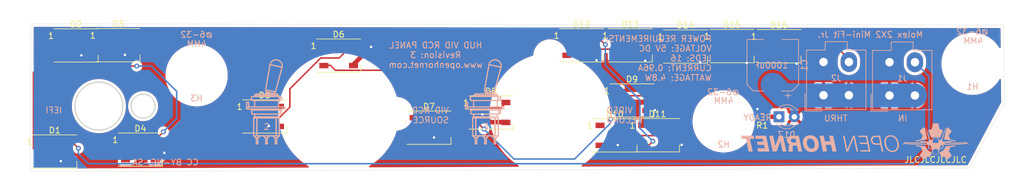
<source format=kicad_pcb>
(kicad_pcb (version 20211014) (generator pcbnew)
  (title_block (title "HUD VIDEO RECORD PANEL") (date "2023-04-01") (rev "3"))
  (layers (0 "F.Cu" signal) (31 "B.Cu" signal) (34 "B.Paste" user) (35 "F.Paste" user) (36 "B.SilkS" user "B.Silkscreen") (37 "F.SilkS" user "F.Silkscreen") (38 "B.Mask" user) (39 "F.Mask" user) (44 "Edge.Cuts" user))
  (net 0 "")
  (net 1 "Net-(D1-Pad2)")
  (net 2 "Net-(D2-Pad2)")
  (net 3 "Net-(D3-Pad2)")
  (net 4 "Net-(D4-Pad2)")
  (net 5 "Net-(D5-Pad2)")
  (net 6 "Net-(D6-Pad2)")
  (net 7 "Net-(D7-Pad2)")
  (net 8 "Net-(D8-Pad2)")
  (net 9 "Net-(D10-Pad4)")
  (net 10 "Net-(D10-Pad2)")
  (net 11 "Net-(D11-Pad2)")
  (net 12 "Net-(D12-Pad2)")
  (net 13 "Net-(D13-Pad2)")
  (net 14 "Net-(D14-Pad2)")
  (net 15 "Net-(D15-Pad2)")
  (net 16 "/LED+5V")
  (net 17 "/LEDGND")
  (net 18 "/DATAIN")
  (net 19 "/DATAOUT")
  (net 20 "Net-(D17-Pad1)")
  (footprint "OH_Footprints:LED_WS2812B_PLCC4_5.0x5.0mm_P3.2mm" (layer "F.Cu") (at 60.616 88.6712)
    (fp_text reference "D1" (at 0 -3.5) (layer "F.SilkS"))
    (fp_text value "WS2812B")
    (fp_text user "1" (at -4.15 -1.6) (layer "F.SilkS"))
    (pad "1" smd rect (at -2.45 -1.65) (size 1.5 0.9) (layers "F.Cu" "F.Paste" "F.Mask") (net 16 "/LED+5V"))
    (pad "2" smd rect (at -2.45 1.65) (size 1.5 0.9) (layers "F.Cu" "F.Paste" "F.Mask") (net 1 "Net-(D1-Pad2)"))
    (pad "3" smd rect (at 2.45 1.65) (size 1.5 0.9) (layers "F.Cu" "F.Paste" "F.Mask") (net 17 "/LEDGND"))
    (pad "4" smd rect (at 2.45 -1.65) (size 1.5 0.9) (layers "F.Cu" "F.Paste" "F.Mask") (net 18 "/DATAIN"))
  )
  (footprint "OH_Footprints:LED_WS2812B_PLCC4_5.0x5.0mm_P3.2mm" (layer "F.Cu") (at 64.1488 71.1452)
    (fp_text reference "D2" (at 0 -3.5) (layer "F.SilkS"))
    (fp_text value "WS2812B")
    (fp_text user "1" (at -4.15 -1.6) (layer "F.SilkS"))
    (pad "1" smd rect (at -2.45 -1.65) (size 1.5 0.9) (layers "F.Cu" "F.Paste" "F.Mask") (net 16 "/LED+5V"))
    (pad "2" smd rect (at -2.45 1.65) (size 1.5 0.9) (layers "F.Cu" "F.Paste" "F.Mask") (net 2 "Net-(D2-Pad2)"))
    (pad "3" smd rect (at 2.45 1.65) (size 1.5 0.9) (layers "F.Cu" "F.Paste" "F.Mask") (net 17 "/LEDGND"))
    (pad "4" smd rect (at 2.45 -1.65) (size 1.5 0.9) (layers "F.Cu" "F.Paste" "F.Mask") (net 1 "Net-(D1-Pad2)"))
  )
  (footprint "OH_Footprints:LED_WS2812B_PLCC4_5.0x5.0mm_P3.2mm" (layer "F.Cu") (at 71.0576 71.0944)
    (fp_text reference "D3" (at 0 -3.5) (layer "F.SilkS"))
    (fp_text value "WS2812B")
    (fp_text user "1" (at -4.15 -1.6) (layer "F.SilkS"))
    (pad "1" smd rect (at -2.45 -1.65) (size 1.5 0.9) (layers "F.Cu" "F.Paste" "F.Mask") (net 16 "/LED+5V"))
    (pad "2" smd rect (at -2.45 1.65) (size 1.5 0.9) (layers "F.Cu" "F.Paste" "F.Mask") (net 3 "Net-(D3-Pad2)"))
    (pad "3" smd rect (at 2.45 1.65) (size 1.5 0.9) (layers "F.Cu" "F.Paste" "F.Mask") (net 17 "/LEDGND"))
    (pad "4" smd rect (at 2.45 -1.65) (size 1.5 0.9) (layers "F.Cu" "F.Paste" "F.Mask") (net 2 "Net-(D2-Pad2)"))
  )
  (footprint "OH_Footprints:LED_WS2812B_PLCC4_5.0x5.0mm_P3.2mm" (layer "F.Cu") (at 74.766 88.3664)
    (fp_text reference "D4" (at 0 -3.5) (layer "F.SilkS"))
    (fp_text value "WS2812B")
    (fp_text user "1" (at -4.15 -1.6) (layer "F.SilkS"))
    (pad "1" smd rect (at -2.45 -1.65) (size 1.5 0.9) (layers "F.Cu" "F.Paste" "F.Mask") (net 16 "/LED+5V"))
    (pad "2" smd rect (at -2.45 1.65) (size 1.5 0.9) (layers "F.Cu" "F.Paste" "F.Mask") (net 4 "Net-(D4-Pad2)"))
    (pad "3" smd rect (at 2.45 1.65) (size 1.5 0.9) (layers "F.Cu" "F.Paste" "F.Mask") (net 17 "/LEDGND"))
    (pad "4" smd rect (at 2.45 -1.65) (size 1.5 0.9) (layers "F.Cu" "F.Paste" "F.Mask") (net 3 "Net-(D3-Pad2)"))
  )
  (footprint "OH_Footprints:LED_WS2812B_PLCC4_5.0x5.0mm_P3.2mm" (layer "F.Cu") (at 95.3124 82.88)
    (fp_text reference "D5" (at 0 -3.5) (layer "F.SilkS"))
    (fp_text value "WS2812B")
    (fp_text user "1" (at -4.15 -1.6) (layer "F.SilkS"))
    (pad "1" smd rect (at -2.45 -1.65) (size 1.5 0.9) (layers "F.Cu" "F.Paste" "F.Mask") (net 16 "/LED+5V"))
    (pad "2" smd rect (at -2.45 1.65) (size 1.5 0.9) (layers "F.Cu" "F.Paste" "F.Mask") (net 5 "Net-(D5-Pad2)"))
    (pad "3" smd rect (at 2.45 1.65) (size 1.5 0.9) (layers "F.Cu" "F.Paste" "F.Mask") (net 17 "/LEDGND"))
    (pad "4" smd rect (at 2.45 -1.65) (size 1.5 0.9) (layers "F.Cu" "F.Paste" "F.Mask") (net 4 "Net-(D4-Pad2)"))
  )
  (footprint "OH_Footprints:LED_WS2812B_PLCC4_5.0x5.0mm_P3.2mm" (layer "F.Cu") (at 107.555 72.8216)
    (fp_text reference "D6" (at 0 -3.5) (layer "F.SilkS"))
    (fp_text value "WS2812B")
    (fp_text user "1" (at -4.15 -1.6) (layer "F.SilkS"))
    (pad "1" smd rect (at -2.45 -1.65) (size 1.5 0.9) (layers "F.Cu" "F.Paste" "F.Mask") (net 16 "/LED+5V"))
    (pad "2" smd rect (at -2.45 1.65) (size 1.5 0.9) (layers "F.Cu" "F.Paste" "F.Mask") (net 6 "Net-(D6-Pad2)"))
    (pad "3" smd rect (at 2.45 1.65) (size 1.5 0.9) (layers "F.Cu" "F.Paste" "F.Mask") (net 17 "/LEDGND"))
    (pad "4" smd rect (at 2.45 -1.65) (size 1.5 0.9) (layers "F.Cu" "F.Paste" "F.Mask") (net 5 "Net-(D5-Pad2)"))
  )
  (footprint "OH_Footprints:LED_WS2812B_PLCC4_5.0x5.0mm_P3.2mm" (layer "F.Cu") (at 122.479 84.7344)
    (fp_text reference "D7" (at 0 -3.5) (layer "F.SilkS"))
    (fp_text value "WS2812B")
    (fp_text user "1" (at -4.15 -1.6) (layer "F.SilkS"))
    (pad "1" smd rect (at -2.45 -1.65) (size 1.5 0.9) (layers "F.Cu" "F.Paste" "F.Mask") (net 16 "/LED+5V"))
    (pad "2" smd rect (at -2.45 1.65) (size 1.5 0.9) (layers "F.Cu" "F.Paste" "F.Mask") (net 7 "Net-(D7-Pad2)"))
    (pad "3" smd rect (at 2.45 1.65) (size 1.5 0.9) (layers "F.Cu" "F.Paste" "F.Mask") (net 17 "/LEDGND"))
    (pad "4" smd rect (at 2.45 -1.65) (size 1.5 0.9) (layers "F.Cu" "F.Paste" "F.Mask") (net 6 "Net-(D6-Pad2)"))
  )
  (footprint "OH_Footprints:LED_WS2812B_PLCC4_5.0x5.0mm_P3.2mm" (layer "F.Cu") (at 132.752 82.2196)
    (fp_text reference "D8" (at 0 -3.5) (layer "F.SilkS"))
    (fp_text value "WS2812B")
    (fp_text user "1" (at -4.15 -1.6) (layer "F.SilkS"))
    (pad "1" smd rect (at -2.45 -1.65) (size 1.5 0.9) (layers "F.Cu" "F.Paste" "F.Mask") (net 16 "/LED+5V"))
    (pad "2" smd rect (at -2.45 1.65) (size 1.5 0.9) (layers "F.Cu" "F.Paste" "F.Mask") (net 8 "Net-(D8-Pad2)"))
    (pad "3" smd rect (at 2.45 1.65) (size 1.5 0.9) (layers "F.Cu" "F.Paste" "F.Mask") (net 17 "/LEDGND"))
    (pad "4" smd rect (at 2.45 -1.65) (size 1.5 0.9) (layers "F.Cu" "F.Paste" "F.Mask") (net 7 "Net-(D7-Pad2)"))
  )
  (footprint "OH_Footprints:LED_WS2812B_PLCC4_5.0x5.0mm_P3.2mm" (layer "F.Cu") (at 156.046 80.2388)
    (fp_text reference "D9" (at 0 -3.5) (layer "F.SilkS"))
    (fp_text value "WS2812B")
    (fp_text user "1" (at -4.15 -1.6) (layer "F.SilkS"))
    (pad "1" smd rect (at -2.45 -1.65) (size 1.5 0.9) (layers "F.Cu" "F.Paste" "F.Mask") (net 16 "/LED+5V"))
    (pad "2" smd rect (at -2.45 1.65) (size 1.5 0.9) (layers "F.Cu" "F.Paste" "F.Mask") (net 9 "Net-(D10-Pad4)"))
    (pad "3" smd rect (at 2.45 1.65) (size 1.5 0.9) (layers "F.Cu" "F.Paste" "F.Mask") (net 17 "/LEDGND"))
    (pad "4" smd rect (at 2.45 -1.65) (size 1.5 0.9) (layers "F.Cu" "F.Paste" "F.Mask") (net 8 "Net-(D8-Pad2)"))
  )
  (footprint "OH_Footprints:LED_WS2812B_PLCC4_5.0x5.0mm_P3.2mm" (layer "F.Cu") (at 153.213 86.0044)
    (fp_text reference "D10" (at 0 -3.5) (layer "F.SilkS"))
    (fp_text value "WS2812B")
    (fp_text user "1" (at -4.15 -1.6) (layer "F.SilkS"))
    (pad "1" smd rect (at -2.45 -1.65) (size 1.5 0.9) (layers "F.Cu" "F.Paste" "F.Mask") (net 16 "/LED+5V"))
    (pad "2" smd rect (at -2.45 1.65) (size 1.5 0.9) (layers "F.Cu" "F.Paste" "F.Mask") (net 10 "Net-(D10-Pad2)"))
    (pad "3" smd rect (at 2.45 1.65) (size 1.5 0.9) (layers "F.Cu" "F.Paste" "F.Mask") (net 17 "/LEDGND"))
    (pad "4" smd rect (at 2.45 -1.65) (size 1.5 0.9) (layers "F.Cu" "F.Paste" "F.Mask") (net 9 "Net-(D10-Pad4)"))
  )
  (footprint "OH_Footprints:LED_WS2812B_PLCC4_5.0x5.0mm_P3.2mm" (layer "F.Cu") (at 160.262 85.9788)
    (fp_text reference "D11" (at 0 -3.5) (layer "F.SilkS"))
    (fp_text value "WS2812B")
    (fp_text user "1" (at -4.15 -1.6) (layer "F.SilkS"))
    (pad "1" smd rect (at -2.45 -1.65) (size 1.5 0.9) (layers "F.Cu" "F.Paste" "F.Mask") (net 16 "/LED+5V"))
    (pad "2" smd rect (at -2.45 1.65) (size 1.5 0.9) (layers "F.Cu" "F.Paste" "F.Mask") (net 11 "Net-(D11-Pad2)"))
    (pad "3" smd rect (at 2.45 1.65) (size 1.5 0.9) (layers "F.Cu" "F.Paste" "F.Mask") (net 17 "/LEDGND"))
    (pad "4" smd rect (at 2.45 -1.65) (size 1.5 0.9) (layers "F.Cu" "F.Paste" "F.Mask") (net 10 "Net-(D10-Pad2)"))
  )
  (footprint "OH_Footprints:LED_WS2812B_PLCC4_5.0x5.0mm_P3.2mm" (layer "F.Cu") (at 147.726 71.12)
    (fp_text reference "D12" (at 0 -3.5) (layer "F.SilkS"))
    (fp_text value "WS2812B")
    (fp_text user "1" (at -4.15 -1.6) (layer "F.SilkS"))
    (pad "1" smd rect (at -2.45 -1.65) (size 1.5 0.9) (layers "F.Cu" "F.Paste" "F.Mask") (net 16 "/LED+5V"))
    (pad "2" smd rect (at -2.45 1.65) (size 1.5 0.9) (layers "F.Cu" "F.Paste" "F.Mask") (net 12 "Net-(D12-Pad2)"))
    (pad "3" smd rect (at 2.45 1.65) (size 1.5 0.9) (layers "F.Cu" "F.Paste" "F.Mask") (net 17 "/LEDGND"))
    (pad "4" smd rect (at 2.45 -1.65) (size 1.5 0.9) (layers "F.Cu" "F.Paste" "F.Mask") (net 11 "Net-(D11-Pad2)"))
  )
  (footprint "OH_Footprints:LED_WS2812B_PLCC4_5.0x5.0mm_P3.2mm" (layer "F.Cu") (at 155.753 71.12)
    (fp_text reference "D13" (at 0 -3.5) (layer "F.SilkS"))
    (fp_text value "WS2812B")
    (fp_text user "1" (at -4.15 -1.6) (layer "F.SilkS"))
    (pad "1" smd rect (at -2.45 -1.65) (size 1.5 0.9) (layers "F.Cu" "F.Paste" "F.Mask") (net 16 "/LED+5V"))
    (pad "2" smd rect (at -2.45 1.65) (size 1.5 0.9) (layers "F.Cu" "F.Paste" "F.Mask") (net 13 "Net-(D13-Pad2)"))
    (pad "3" smd rect (at 2.45 1.65) (size 1.5 0.9) (layers "F.Cu" "F.Paste" "F.Mask") (net 17 "/LEDGND"))
    (pad "4" smd rect (at 2.45 -1.65) (size 1.5 0.9) (layers "F.Cu" "F.Paste" "F.Mask") (net 12 "Net-(D12-Pad2)"))
  )
  (footprint "OH_Footprints:LED_WS2812B_PLCC4_5.0x5.0mm_P3.2mm" (layer "F.Cu") (at 164.897 71.3232)
    (fp_text reference "D14" (at 0 -3.5) (layer "F.SilkS"))
    (fp_text value "WS2812B")
    (fp_text user "1" (at -4.15 -1.6) (layer "F.SilkS"))
    (pad "1" smd rect (at -2.45 -1.65) (size 1.5 0.9) (layers "F.Cu" "F.Paste" "F.Mask") (net 16 "/LED+5V"))
    (pad "2" smd rect (at -2.45 1.65) (size 1.5 0.9) (layers "F.Cu" "F.Paste" "F.Mask") (net 14 "Net-(D14-Pad2)"))
    (pad "3" smd rect (at 2.45 1.65) (size 1.5 0.9) (layers "F.Cu" "F.Paste" "F.Mask") (net 17 "/LEDGND"))
    (pad "4" smd rect (at 2.45 -1.65) (size 1.5 0.9) (layers "F.Cu" "F.Paste" "F.Mask") (net 13 "Net-(D13-Pad2)"))
  )
  (footprint "OH_Footprints:LED_WS2812B_PLCC4_5.0x5.0mm_P3.2mm" (layer "F.Cu") (at 172.579 71.2468)
    (fp_text reference "D15" (at 0 -3.5) (layer "F.SilkS"))
    (fp_text value "WS2812B")
    (fp_text user "1" (at -4.15 -1.6) (layer "F.SilkS"))
    (pad "1" smd rect (at -2.45 -1.65) (size 1.5 0.9) (layers "F.Cu" "F.Paste" "F.Mask") (net 16 "/LED+5V"))
    (pad "2" smd rect (at -2.45 1.65) (size 1.5 0.9) (layers "F.Cu" "F.Paste" "F.Mask") (net 15 "Net-(D15-Pad2)"))
    (pad "3" smd rect (at 2.45 1.65) (size 1.5 0.9) (layers "F.Cu" "F.Paste" "F.Mask") (net 17 "/LEDGND"))
    (pad "4" smd rect (at 2.45 -1.65) (size 1.5 0.9) (layers "F.Cu" "F.Paste" "F.Mask") (net 14 "Net-(D14-Pad2)"))
  )
  (footprint "OH_Footprints:LED_WS2812B_PLCC4_5.0x5.0mm_P3.2mm" (layer "F.Cu") (at 180.34 71.2724)
    (fp_text reference "D16" (at 0 -3.5) (layer "F.SilkS"))
    (fp_text value "WS2812B")
    (fp_text user "1" (at -4.15 -1.6) (layer "F.SilkS"))
    (pad "1" smd rect (at -2.45 -1.65) (size 1.5 0.9) (layers "F.Cu" "F.Paste" "F.Mask") (net 16 "/LED+5V"))
    (pad "2" smd rect (at -2.45 1.65) (size 1.5 0.9) (layers "F.Cu" "F.Paste" "F.Mask") (net 19 "/DATAOUT"))
    (pad "3" smd rect (at 2.45 1.65) (size 1.5 0.9) (layers "F.Cu" "F.Paste" "F.Mask") (net 17 "/LEDGND"))
    (pad "4" smd rect (at 2.45 -1.65) (size 1.5 0.9) (layers "F.Cu" "F.Paste" "F.Mask") (net 15 "Net-(D15-Pad2)"))
  )
  (footprint "OH_Footprints:R_0603_1608Metric" (layer "F.Cu") (at 177.572 82.931 180)
    (fp_text reference "R1" (at 0 -1.43 180) (layer "F.SilkS"))
    (fp_text value "R")
    (pad "1" smd roundrect (at -0.825 0 180) (size 0.8 0.95) (layers "F.Cu" "F.Paste" "F.Mask") (net 20 "Net-(D17-Pad1)"))
    (pad "2" smd roundrect (at 0.825 0 180) (size 0.8 0.95) (layers "F.Cu" "F.Paste" "F.Mask") (net 17 "/LEDGND"))
  )
  (footprint "OH_Footprints:100SP3_Toggle_Silkscreen" (layer "F.Cu") (at 132.334 81.807304)
    (fp_text reference "G***" hide)
    (fp_text value "100SP3 Toggle" hide)
    (fp_text user "3" (at -0.475 2.8) (layer "B.SilkS"))
  )
  (footprint "OH_Footprints:100SP1_Toggle_Silkscreen" (layer "F.Cu") (at 96.139 81.807304)
    (fp_text reference "G***" hide)
    (fp_text value "100SP1 Toggle" hide)
    (fp_text user "2" (at -0.475 2.775) (layer "B.SilkS"))
  )
  (footprint "OH_Footprints:100SPX_Toggle_13mm_x_18mm" (layer "F.Cu") (at 142.494 82.423 180)
    (fp_text reference "REF**" hide)
    (fp_text value "100SPX_Toggle_13mm_x_18mm" hide)
    (pad "" np_thru_hole circle (at 0 0 180) (size 12.7 12.7) (drill 12.7) (layers *.Mask "F.Cu") (clearance 1))
    (pad "" np_thru_hole circle (at 0 9.525 180) (size 3.572 3.572) (drill 3.572) (layers *.Cu *.Mask) (clearance 1))
    (pad "" np_thru_hole circle (at 0 0 180) (size 12.7 12.7) (drill 12.7) (layers *.Mask "B.Cu") (clearance 3.65))
  )
  (footprint "OH_Footprints:100SPX_Toggle_13mm_x_18mm" (layer "F.Cu") (at 107.569 82.423 90)
    (fp_text reference "REF**" hide)
    (fp_text value "100SPX_Toggle_13mm_x_18mm" hide)
    (pad "" np_thru_hole circle (at 0 0 90) (size 12.7 12.7) (drill 12.7) (layers *.Mask "B.Cu") (clearance 3.65))
    (pad "" np_thru_hole circle (at 0 9.525 90) (size 3.572 3.572) (drill 3.572) (layers *.Cu *.Mask) (clearance 1))
    (pad "" np_thru_hole circle (at 0 0 90) (size 12.7 12.7) (drill 12.7) (layers *.Mask "F.Cu") (clearance 1))
  )
  (footprint "OH_Footprints:OH_Panel_6-32_PHS" (layer "F.Cu") (at 212.344 74.168)
    (fp_text reference "REF**" hide)
    (fp_text value "OH_Panel_Fastner_Keepout" hide)
    (fp_text user "⌀6-32" (at 0 -5.334) (layer "B.SilkS") (effects (justify mirror)))
    (fp_text user "H1" (at 0 3.81) (layer "B.SilkS") (effects (justify mirror)))
    (pad "" np_thru_hole circle (at 0 0) (size 4.3 4.3) (drill 4.3) (layers *.Cu *.Mask) (clearance 3))
  )
  (footprint "OH_Footprints:OH_Panel_6-32_PHS" (layer "F.Cu") (at 171.196 83.693)
    (fp_text reference "REF**" hide)
    (fp_text value "OH_Panel_Fastner_Keepout" hide)
    (fp_text user "H2" (at 0 3.81) (layer "B.SilkS") (effects (justify mirror)))
    (fp_text user "⌀6-32" (at -0.0508 -4.8514) (layer "B.SilkS") (effects (justify mirror)))
    (pad "" np_thru_hole circle (at 0 0) (size 4.3 4.3) (drill 4.3) (layers *.Cu *.Mask) (clearance 3))
  )
  (footprint "OH_Footprints:OH_Panel_6-32_PHS" (layer "F.Cu") (at 84.074 76.073)
    (fp_text reference "REF**" hide)
    (fp_text value "OH_Panel_Fastner_Keepout" hide)
    (fp_text user "H3" (at 0 3.81) (layer "B.SilkS") (effects (justify mirror)))
    (fp_text user "⌀6-32" (at 0 -6.731) (layer "B.SilkS") (effects (justify mirror)))
    (pad "" np_thru_hole circle (at 0 0) (size 4.3 4.3) (drill 4.3) (layers *.Cu *.Mask) (clearance 3))
  )
  (footprint "OH_Footprints:CP_Elec_8x10" (layer "B.Cu") (at 179.324 74.422 90)
    (fp_text reference "C1" (at 0 5.2 270) (layer "B.SilkS") (effects (justify mirror)))
    (fp_text value "C_Polarized")
    (pad "1" smd roundrect (at -3.25 0 90) (size 3.5 2.5) (layers "B.Cu" "B.Paste" "B.Mask") (roundrect_rratio 0.1) (net 16 "/LED+5V"))
    (pad "2" smd roundrect (at 3.25 0 90) (size 3.5 2.5) (layers "B.Cu" "B.Paste" "B.Mask") (roundrect_rratio 0.1) (net 17 "/LEDGND"))
  )
  (footprint "OH_Footprints:Molex_Mini-Fit_Jr_5566-04A_2x02_P4.20mm_Vertical" (layer "B.Cu") (at 198.619 79.414)
    (fp_text reference "J1" (at 2.1 -2.820624 180) (layer "B.SilkS") (effects (justify mirror)))
    (fp_text value "Conn_01x04_Female")
    (pad "1" thru_hole roundrect (at 0 0) (size 2.7 3.3) (drill 1.4) (layers *.Cu *.Mask) (roundrect_rratio 0.09259296296) (net 16 "/LED+5V"))
    (pad "2" thru_hole oval (at 4.2 0) (size 2.7 3.3) (drill 1.4) (layers *.Cu *.Mask) (net 16 "/LED+5V"))
    (pad "3" thru_hole oval (at 0 -5.5) (size 2.7 3.3) (drill 1.4) (layers *.Cu *.Mask) (net 17 "/LEDGND"))
    (pad "4" thru_hole oval (at 4.2 -5.5) (size 2.7 3.3) (drill 1.4) (layers *.Cu *.Mask) (net 18 "/DATAIN"))
  )
  (footprint "OH_Footprints:LED_D3.0mm" (layer "B.Cu") (at 180.34 82.931)
    (fp_text reference "D17" (at 1.27 2.96 180) (layer "B.SilkS") (effects (justify mirror)))
    (fp_text value "LED")
    (pad "1" thru_hole rect (at 0 0) (size 1.8 1.8) (drill 0.9) (layers *.Cu *.Mask) (net 20 "Net-(D17-Pad1)"))
    (pad "2" thru_hole circle (at 2.54 0) (size 1.8 1.8) (drill 0.9) (layers *.Cu *.Mask) (net 16 "/LED+5V"))
  )
  (footprint "OH_Footprints:Molex_Mini-Fit_Jr_5566-04A_2x02_P4.20mm_Vertical" (layer "B.Cu") (at 187.706 79.375)
    (fp_text reference "J2" (at 2.1 -2.820624 180) (layer "B.SilkS") (effects (justify mirror)))
    (fp_text value "Conn_01x04_Female")
    (pad "1" thru_hole roundrect (at 0 0) (size 2.7 3.3) (drill 1.4) (layers *.Cu *.Mask) (roundrect_rratio 0.09259296296) (net 16 "/LED+5V"))
    (pad "2" thru_hole oval (at 4.2 0) (size 2.7 3.3) (drill 1.4) (layers *.Cu *.Mask) (net 16 "/LED+5V"))
    (pad "3" thru_hole oval (at 0 -5.5) (size 2.7 3.3) (drill 1.4) (layers *.Cu *.Mask) (net 17 "/LEDGND"))
    (pad "4" thru_hole oval (at 4.2 -5.5) (size 2.7 3.3) (drill 1.4) (layers *.Cu *.Mask) (net 19 "/DATAOUT"))
  )
  (footprint "OH_Footprints:OH_LOGO_37.7mm_5.9mm" (layer "B.Cu") (at 192.913 86.995 180)
    (fp_text reference "G***" hide)
    (fp_text value "LOGO" hide)
  )
  (gr_line (start 211.836 91.44) (end 56.5912 91.9988) (layer "Edge.Cuts") (width 0.05))
  (gr_line (start 217.4748 67.7672) (end 217.5764 80.6704) (layer "Edge.Cuts") (width 0.05))
  (gr_line (start 56.5912 91.9988) (end 56.642 67.564) (layer "Edge.Cuts") (width 0.05))
  (gr_line (start 56.642 67.564) (end 217.4748 67.7672) (layer "Edge.Cuts") (width 0.05))
  (gr_line (start 217.5764 80.6704) (end 211.836 91.44) (layer "Edge.Cuts") (width 0.05))
  (gr_circle (center 67.911257 81.172048) (end 71.880007 81.172048) (layer "Edge.Cuts") (width 0.2) (fill none))
  (gr_circle (center 75.222039 81.172048) (end 77.206414 81.172048) (layer "Edge.Cuts") (width 0.2) (fill none))
  (gr_text "4MM" (at 212.471 70.358) (layer "B.SilkS") (effects (font (size 1 1)) (justify mirror)))
  (gr_text "THRU" (at 189.738 83.185) (layer "B.SilkS") (effects (font (size 1 1)) (justify mirror)))
  (gr_text "VIDEO\nRECORD" (at 151.765 82.677) (layer "B.SilkS") (effects (font (size 1 1)) (justify right mirror)))
  (gr_text "4MM" (at 171.196 80.264) (layer "B.SilkS") (effects (font (size 1 1)) (justify mirror)))
  (gr_text "4MM" (at 84.074 70.866) (layer "B.SilkS") (effects (font (size 1 1)) (justify mirror)))
  (gr_text "VID RCD\nSOURCE" (at 125.857 82.677) (layer "B.SilkS") (effects (font (size 1 1)) (justify left mirror)))
  (gr_text "HUD VID RCD PANEL\nRevision: 3\nwww.openhornet.com" (at 123.5964 72.7202) (layer "B.SilkS") (effects (font (size 1 1)) (justify mirror)))
  (gr_text "Molex 2X2 Mini-Fit Jr." (at 195.453 69.342) (layer "B.SilkS") (effects (font (size 1 1)) (justify mirror)))
  (gr_text "READY" (at 176.784 83.058) (layer "B.SilkS") (effects (font (size 1 1)) (justify mirror)))
  (gr_text "CC BY-NC-SA" (at 78.9178 90.4748) (layer "B.SilkS") (effects (font (size 1 1)) (justify mirror)))
  (gr_text "POWER REQUIREMENTS:\nVOLTAGE: 5V DC\nLEDS: 16\nCURRENT: 0.96A\nWATTAGE: 4.8W" (at 169.3164 73.2536) (layer "B.SilkS") (effects (font (size 1 1)) (justify left mirror)))
  (gr_text "IN" (at 200.787 83.185) (layer "B.SilkS") (effects (font (size 1 1)) (justify mirror)))
  (gr_text "1000uF" (at 179.07 74.422) (layer "B.SilkS") (effects (font (size 1 1)) (justify mirror)))
  (gr_text "IEFI" (at 60.452 81.852) (layer "B.SilkS") (effects (font (size 1 1)) (justify mirror)))
  (gr_text "JLCJLCJLCJLC" (at 206.248 90.043) (layer "F.SilkS") (effects (font (size 1 1))))
  (segment (start 58.166 89.281) (end 58.166 90.2712) (width 0.25) (layer "F.Cu") (net 1))
  (segment (start 57.0907 75.6147) (end 57.0907 88.2057) (width 0.25) (layer "F.Cu") (net 1))
  (segment (start 57.0907 88.2057) (end 58.166 89.281) (width 0.25) (layer "F.Cu") (net 1))
  (segment (start 65.151 70.993) (end 61.7124 70.993) (width 0.25) (layer "F.Cu") (net 1))
  (segment (start 61.7124 70.993) (end 57.0907 75.6147) (width 0.25) (layer "F.Cu") (net 1))
  (segment (start 66.5988 69.5452) (end 65.151 70.993) (width 0.25) (layer "F.Cu") (net 1))
  (segment (start 62.574601 71.869399) (end 71.132601 71.869399) (width 0.25) (layer "F.Cu") (net 2))
  (segment (start 61.6988 72.7452) (end 62.574601 71.869399) (width 0.25) (layer "F.Cu") (net 2))
  (segment (start 71.132601 71.869399) (end 73.5076 69.4944) (width 0.25) (layer "F.Cu") (net 2))
  (segment (start 74.168 74.549) (end 70.4622 74.549) (width 0.25) (layer "F.Cu") (net 3))
  (segment (start 77.216 86.7664) (end 78.5622 85.4202) (width 0.25) (layer "F.Cu") (net 3))
  (segment (start 70.4622 74.549) (end 68.6076 72.6944) (width 0.25) (layer "F.Cu") (net 3))
  (via (at 74.168 74.549) (size 0.8) (drill 0.4) (layers "F.Cu" "B.Cu") (net 3))
  (via (at 78.5622 85.4202) (size 0.8) (drill 0.4) (layers "F.Cu" "B.Cu") (net 3))
  (segment (start 80.772 83.2104) (end 78.5622 85.4202) (width 0.25) (layer "B.Cu") (net 3))
  (segment (start 74.168 74.549) (end 76.581 74.549) (width 0.25) (layer "B.Cu") (net 3))
  (segment (start 80.772 78.74) (end 80.772 83.2104) (width 0.25) (layer "B.Cu") (net 3))
  (segment (start 76.581 74.549) (end 80.772 78.74) (width 0.25) (layer "B.Cu") (net 3))
  (segment (start 76.6067 89.1411) (end 83.6425 82.1053) (width 0.25) (layer "F.Cu") (net 4))
  (segment (start 83.6425 82.1053) (end 95.8618 82.1053) (width 0.25) (layer "F.Cu") (net 4))
  (segment (start 72.316 89.9664) (end 73.3913 89.9664) (width 0.25) (layer "F.Cu") (net 4))
  (segment (start 73.3913 89.9664) (end 74.2166 89.1411) (width 0.25) (layer "F.Cu") (net 4))
  (segment (start 74.2166 89.1411) (end 76.6067 89.1411) (width 0.25) (layer "F.Cu") (net 4))
  (segment (start 95.8618 82.1053) (end 96.6871 81.28) (width 0.25) (layer "F.Cu") (net 4))
  (segment (start 97.7624 81.28) (end 96.6871 81.28) (width 0.25) (layer "F.Cu") (net 4))
  (segment (start 92.8624 84.48) (end 93.9377 84.48) (width 0.25) (layer "F.Cu") (net 5))
  (segment (start 99.485 81.3421) (end 99.485 78.3118) (width 0.25) (layer "F.Cu") (net 5))
  (segment (start 97.1724 83.6547) (end 99.485 81.3421) (width 0.25) (layer "F.Cu") (net 5))
  (segment (start 109.6264 71.2216) (end 107.6341 73.2139) (width 0.25) (layer "F.Cu") (net 5))
  (segment (start 110.005 71.2216) (end 109.6264 71.2216) (width 0.25) (layer "F.Cu") (net 5))
  (segment (start 94.763 83.6547) (end 97.1724 83.6547) (width 0.25) (layer "F.Cu") (net 5))
  (segment (start 107.6341 73.2139) (end 104.5829 73.2139) (width 0.25) (layer "F.Cu") (net 5))
  (segment (start 99.485 78.3118) (end 104.5829 73.2139) (width 0.25) (layer "F.Cu") (net 5))
  (segment (start 93.9377 84.48) (end 94.763 83.6547) (width 0.25) (layer "F.Cu") (net 5))
  (segment (start 106.1803 74.4216) (end 107.0056 75.2469) (width 0.25) (layer "F.Cu") (net 6))
  (segment (start 124.929 83.1344) (end 123.8537 83.1344) (width 0.25) (layer "F.Cu") (net 6))
  (segment (start 115.9662 75.2469) (end 123.8537 83.1344) (width 0.25) (layer "F.Cu") (net 6))
  (segment (start 105.105 74.4216) (end 106.1803 74.4216) (width 0.25) (layer "F.Cu") (net 6))
  (segment (start 107.0056 75.2469) (end 115.9662 75.2469) (width 0.25) (layer "F.Cu") (net 6))
  (segment (start 125.939001 87.159401) (end 129.226999 83.871403) (width 0.25) (layer "F.Cu") (net 7))
  (segment (start 129.226999 83.059599) (end 130.841997 81.444601) (width 0.25) (layer "F.Cu") (net 7))
  (segment (start 120.854001 87.159401) (end 125.939001 87.159401) (width 0.25) (layer "F.Cu") (net 7))
  (segment (start 120.029 86.3344) (end 120.854001 87.159401) (width 0.25) (layer "F.Cu") (net 7))
  (segment (start 134.376999 81.444601) (end 135.202 80.6196) (width 0.25) (layer "F.Cu") (net 7))
  (segment (start 129.226999 83.871403) (end 129.226999 83.059599) (width 0.25) (layer "F.Cu") (net 7))
  (segment (start 130.841997 81.444601) (end 134.376999 81.444601) (width 0.25) (layer "F.Cu") (net 7))
  (segment (start 152.520999 83.318001) (end 152.520999 81.078799) (width 0.25) (layer "F.Cu") (net 8))
  (segment (start 154.135997 79.463801) (end 157.670999 79.463801) (width 0.25) (layer "F.Cu") (net 8))
  (segment (start 130.302 83.8196) (end 130.4286 83.8196) (width 0.25) (layer "F.Cu") (net 8))
  (segment (start 130.4286 83.8196) (end 131.572 84.963) (width 0.25) (layer "F.Cu") (net 8))
  (segment (start 152.520999 81.078799) (end 154.135997 79.463801) (width 0.25) (layer "F.Cu") (net 8))
  (segment (start 157.670999 79.463801) (end 158.496 78.6388) (width 0.25) (layer "F.Cu") (net 8))
  (via (at 131.572 84.963) (size 0.8) (drill 0.4) (layers "F.Cu" "B.Cu") (net 8))
  (via (at 152.520999 83.318001) (size 0.8) (drill 0.4) (layers "F.Cu" "B.Cu") (net 8))
  (segment (start 136.525 89.916) (end 146.558 89.916) (width 0.25) (layer "B.Cu") (net 8))
  (segment (start 131.572 84.963) (end 136.525 89.916) (width 0.25) (layer "B.Cu") (net 8))
  (segment (start 146.558 89.916) (end 152.520999 83.953001) (width 0.25) (layer "B.Cu") (net 8))
  (segment (start 152.520999 83.953001) (end 152.520999 83.318001) (width 0.25) (layer "B.Cu") (net 8))
  (segment (start 153.596 81.8388) (end 153.596 82.3374) (width 0.25) (layer "F.Cu") (net 9))
  (segment (start 153.596 82.3374) (end 155.663 84.4044) (width 0.25) (layer "F.Cu") (net 9))
  (segment (start 162.712 84.3788) (end 161.6367 84.3788) (width 0.25) (layer "F.Cu") (net 10))
  (segment (start 159.9678 86.0477) (end 161.6367 84.3788) (width 0.25) (layer "F.Cu") (net 10))
  (segment (start 150.763 87.6044) (end 151.8383 87.6044) (width 0.25) (layer "F.Cu") (net 10))
  (segment (start 151.8383 87.6044) (end 153.395 86.0477) (width 0.25) (layer "F.Cu") (net 10))
  (segment (start 153.395 86.0477) (end 159.9678 86.0477) (width 0.25) (layer "F.Cu") (net 10))
  (segment (start 159.49155 86.97455) (end 158.8873 87.5788) (width 0.25) (layer "F.Cu") (net 11))
  (segment (start 151.638 70.993) (end 151.638 71.12) (width 0.25) (layer "F.Cu") (net 11))
  (segment (start 150.176 69.658) (end 151.638 70.993) (width 0.25) (layer "F.Cu") (net 11))
  (segment (start 150.176 69.52) (end 150.176 69.658) (width 0.25) (layer "F.Cu") (net 11))
  (segment (start 158.8873 87.5788) (end 157.812 87.5788) (width 0.25) (layer "F.Cu") (net 11))
  (via (at 151.638 70.993) (size 0.8) (drill 0.4) (layers "F.Cu" "B.Cu") (net 11))
  (via (at 159.49155 86.97455) (size 0.8) (drill 0.4) (layers "F.Cu" "B.Cu") (net 11))
  (segment (start 151.638 74.422) (end 157.353 80.137) (width 0.25) (layer "B.Cu") (net 11))
  (segment (start 157.353 84.836) (end 159.49155 86.97455) (width 0.25) (layer "B.Cu") (net 11))
  (segment (start 157.353 80.137) (end 157.353 84.836) (width 0.25) (layer "B.Cu") (net 11))
  (segment (start 151.638 70.993) (end 151.638 74.422) (width 0.25) (layer "B.Cu") (net 11))
  (segment (start 154.70689 71.755) (end 155.52639 70.9355) (width 0.25) (layer "F.Cu") (net 12))
  (segment (start 146.685 71.755) (end 154.70689 71.755) (width 0.25) (layer "F.Cu") (net 12))
  (segment (start 145.72 72.72) (end 146.685 71.755) (width 0.25) (layer "F.Cu") (net 12))
  (segment (start 145.276 72.72) (end 145.72 72.72) (width 0.25) (layer "F.Cu") (net 12))
  (segment (start 156.7875 70.9355) (end 158.203 69.52) (width 0.25) (layer "F.Cu") (net 12))
  (segment (start 155.52639 70.9355) (end 156.7875 70.9355) (width 0.25) (layer "F.Cu") (net 12))
  (segment (start 154.3783 72.72) (end 155.5273 71.571) (width 0.25) (layer "F.Cu") (net 13))
  (segment (start 167.347 69.7232) (end 166.2717 69.7232) (width 0.25) (layer "F.Cu") (net 13))
  (segment (start 153.303 72.72) (end 154.3783 72.72) (width 0.25) (layer "F.Cu") (net 13))
  (segment (start 164.4239 71.571) (end 166.2717 69.7232) (width 0.25) (layer "F.Cu") (net 13))
  (segment (start 155.5273 71.571) (end 164.4239 71.571) (width 0.25) (layer "F.Cu") (net 13))
  (segment (start 164.4241 72.0214) (end 171.5791 72.0214) (width 0.25) (layer "F.Cu") (net 14))
  (segment (start 175.029 69.6468) (end 173.9537 69.6468) (width 0.25) (layer "F.Cu") (net 14))
  (segment (start 163.5223 72.9232) (end 164.4241 72.0214) (width 0.25) (layer "F.Cu") (net 14))
  (segment (start 162.447 72.9232) (end 163.5223 72.9232) (width 0.25) (layer "F.Cu") (net 14))
  (segment (start 171.5791 72.0214) (end 173.9537 69.6468) (width 0.25) (layer "F.Cu") (net 14))
  (segment (start 172.1001 72.8468) (end 174.4492 70.4977) (width 0.25) (layer "F.Cu") (net 15))
  (segment (start 170.129 72.8468) (end 172.1001 72.8468) (width 0.25) (layer "F.Cu") (net 15))
  (segment (start 174.4492 70.4977) (end 180.8894 70.4977) (width 0.25) (layer "F.Cu") (net 15))
  (segment (start 181.7147 69.6724) (end 182.79 69.6724) (width 0.25) (layer "F.Cu") (net 15))
  (segment (start 180.8894 70.4977) (end 181.7147 69.6724) (width 0.25) (layer "F.Cu") (net 15))
  (segment (start 202.819 79.414) (end 183.046 79.414) (width 4) (layer "B.Cu") (net 16))
  (segment (start 183.046 79.414) (end 181.066 79.414) (width 4) (layer "B.Cu") (net 16))
  (segment (start 182.88 79.58) (end 183.046 79.414) (width 1.25) (layer "B.Cu") (net 16))
  (segment (start 182.88 82.931) (end 182.88 79.58) (width 1.25) (layer "B.Cu") (net 16))
  (segment (start 181.066 79.414) (end 179.324 77.672) (width 4) (layer "B.Cu") (net 16))
  (segment (start 187.96 79.629) (end 187.706 79.375) (width 0.75) (layer "B.Cu") (net 16))
  (segment (start 131.318 82.55) (end 131.318 82.55) (width 0.75) (layer "F.Cu") (net 17))
  (segment (start 112.903 71.374) (end 112.903 71.374) (width 0.75) (layer "F.Cu") (net 17))
  (segment (start 176.784 82.296) (end 176.784 81.661) (width 0.75) (layer "F.Cu") (net 17))
  (segment (start 77.216 89.9664) (end 77.6736 89.9664) (width 0.75) (layer "F.Cu") (net 17))
  (segment (start 175.006 74.041) (end 175.029 74.018) (width 0.75) (layer "F.Cu") (net 17))
  (segment (start 96.012 84.455) (end 96.037 84.48) (width 0.75) (layer "F.Cu") (net 17))
  (segment (start 66.5988 72.7452) (end 65.024 72.771) (width 0.75) (layer "F.Cu") (net 17))
  (segment (start 123.317 86.36) (end 123.343 86.3344) (width 0.75) (layer "F.Cu") (net 17))
  (segment (start 158.496 81.8388) (end 159.817 81.8388) (width 0.75) (layer "F.Cu") (net 17))
  (segment (start 132.5876 83.8196) (end 131.318 82.55) (width 0.75) (layer "F.Cu") (net 17))
  (segment (start 110.005 74.272) (end 112.903 71.374) (width 0.75) (layer "F.Cu") (net 17))
  (segment (start 73.5076 72.6944) (end 72.2126 72.6944) (width 0.75) (layer "F.Cu") (net 17))
  (segment (start 176.7845 82.2965) (end 176.7845 82.931) (width 0.25) (layer "F.Cu") (net 17))
  (segment (start 155.663 87.6044) (end 153.696 87.6044) (width 0.75) (layer "F.Cu") (net 17))
  (segment (start 162.712 87.5788) (end 164.262 87.5788) (width 0.75) (layer "F.Cu") (net 17))
  (segment (start 158.242 73.66) (end 158.203 73.621) (width 0.75) (layer "F.Cu") (net 17))
  (segment (start 110.005 74.4216) (end 110.005 74.272) (width 0.75) (layer "F.Cu") (net 17))
  (segment (start 65.024 72.771) (end 65.0498 72.7452) (width 0.75) (layer "F.Cu") (net 17))
  (segment (start 175.029 72.8468) (end 175.006 74.041) (width 0.75) (layer "F.Cu") (net 17))
  (segment (start 176.784 82.931) (end 176.784 82.296) (width 0.75) (layer "F.Cu") (net 17))
  (segment (start 176.784 82.296) (end 176.7845 82.2965) (width 0.25) (layer "F.Cu") (net 17))
  (segment (start 77.6736 89.9664) (end 78.74 88.9) (width 0.75) (layer "F.Cu") (net 17))
  (segment (start 182.79 73.697) (end 183.261 74.168) (width 0.75) (layer "F.Cu") (net 17))
  (segment (start 182.79 72.8724) (end 182.79 73.697) (width 0.75) (layer "F.Cu") (net 17))
  (segment (start 150.176 72.72) (end 150.176 73.595) (width 0.75) (layer "F.Cu") (net 17))
  (segment (start 158.203 72.72) (end 158.242 73.66) (width 0.75) (layer "F.Cu") (net 17))
  (segment (start 63.066 90.2712) (end 61.6208 90.2712) (width 0.75) (layer "F.Cu") (net 17))
  (segment (start 135.202 83.8196) (end 132.5876 83.8196) (width 0.75) (layer "F.Cu") (net 17))
  (segment (start 97.7624 84.48) (end 96.012 84.455) (width 0.75) (layer "F.Cu") (net 17))
  (segment (start 167.347 72.9232) (end 167.347 73.953) (width 0.75) (layer "F.Cu") (net 17))
  (segment (start 124.929 86.3344) (end 123.317 86.36) (width 0.75) (layer "F.Cu") (net 17))
  (via (at 159.817 81.8388) (size 0.8) (drill 0.4) (layers "F.Cu" "B.Cu") (net 17))
  (via (at 183.261 74.168) (size 0.8) (drill 0.4) (layers "F.Cu" "B.Cu") (net 17))
  (via (at 153.696 87.6044) (size 0.8) (drill 0.4) (layers "F.Cu" "B.Cu") (net 17))
  (via (at 167.347 73.953) (size 0.8) (drill 0.4) (layers "F.Cu" "B.Cu") (net 17))
  (via (at 131.318 82.55) (size 0.8) (drill 0.4) (layers "F.Cu" "B.Cu") (net 17))
  (via (at 123.317 86.36) (size 0.8) (drill 0.4) (layers "F.Cu" "B.Cu") (net 17))
  (via (at 150.176 73.595) (size 0.8) (drill 0.4) (layers "F.Cu" "B.Cu") (net 17))
  (via (at 164.262 87.5788) (size 0.8) (drill 0.4) (layers "F.Cu" "B.Cu") (net 17))
  (via (at 175.006 74.041) (size 0.8) (drill 0.4) (layers "F.Cu" "B.Cu") (net 17))
  (via (at 96.012 84.455) (size 0.8) (drill 0.4) (layers "F.Cu" "B.Cu") (net 17))
  (via (at 61.6208 90.2712) (size 0.8) (drill 0.4) (layers "F.Cu" "B.Cu") (net 17))
  (via (at 65.024 72.771) (size 0.8) (drill 0.4) (layers "F.Cu" "B.Cu") (net 17))
  (via (at 176.784 81.661) (size 0.8) (drill 0.4) (layers "F.Cu" "B.Cu") (net 17))
  (via (at 158.242 73.66) (size 0.8) (drill 0.4) (layers "F.Cu" "B.Cu") (net 17))
  (via (at 72.2126 72.6944) (size 0.8) (drill 0.4) (layers "F.Cu" "B.Cu") (net 17))
  (via (at 112.903 71.374) (size 0.8) (drill 0.4) (layers "F.Cu" "B.Cu") (net 17))
  (via (at 78.74 88.9) (size 0.8) (drill 0.4) (layers "F.Cu" "B.Cu") (net 17))
  (segment (start 63.066 87.0712) (end 63.4492 87.0712) (width 0.25) (layer "F.Cu") (net 18))
  (segment (start 63.4492 87.0712) (end 64.516 88.138) (width 0.25) (layer "F.Cu") (net 18))
  (via (at 64.516 88.138) (size 0.8) (drill 0.4) (layers "F.Cu" "B.Cu") (net 18))
  (segment (start 205.144 88.099) (end 205.144 76.239) (width 0.25) (layer "B.Cu") (net 18))
  (segment (start 205.144 76.239) (end 202.819 73.914) (width 0.25) (layer "B.Cu") (net 18))
  (segment (start 202.552 90.6914) (end 205.144 88.099) (width 0.25) (layer "B.Cu") (net 18))
  (segment (start 64.516 89.027) (end 66.1804 90.6914) (width 0.25) (layer "B.Cu") (net 18))
  (segment (start 64.516 88.138) (end 64.516 89.027) (width 0.25) (layer "B.Cu") (net 18))
  (segment (start 66.1804 90.6914) (end 202.552 90.6914) (width 0.25) (layer "B.Cu") (net 18))
  (segment (start 179.6424 71.12) (end 177.89 72.8724) (width 0.25) (layer "F.Cu") (net 19))
  (segment (start 189.611 71.12) (end 179.6424 71.12) (width 0.25) (layer "F.Cu") (net 19))
  (segment (start 191.906 73.415) (end 189.611 71.12) (width 0.25) (layer "F.Cu") (net 19))
  (segment (start 191.906 73.875) (end 191.906 73.415) (width 0.25) (layer "F.Cu") (net 19))
  (segment (start 178.3595 82.931) (end 180.34 82.931) (width 0.75) (layer "F.Cu") (net 20))
  (segment (start 178.359 82.931) (end 178.3595 82.931) (width 0.75) (layer "F.Cu") (net 20))
  (zone (net 16) (net_name "/LED+5V") (layer "F.Cu") (connect_pads (clearance 0.508)) (min_thickness 0.254) (fill yes (thermal_gap 0.508) (thermal_bridge_width 0.508))
    (polygon (pts (xy 220.091 65.786) (xy 220.345 95.631) (xy 52.832 94.488) (xy 52.705 64.897)))
  )
  (zone (net 17) (net_name "/LEDGND") (layer "B.Cu") (connect_pads yes (clearance 0.508)) (min_thickness 0.254) (fill yes (thermal_gap 0.508) (thermal_bridge_width 0.508))
    (polygon (pts (xy 220.091 65.405) (xy 220.853 95.885) (xy 51.816 94.996) (xy 51.562 63.627)))
  )
)
</source>
